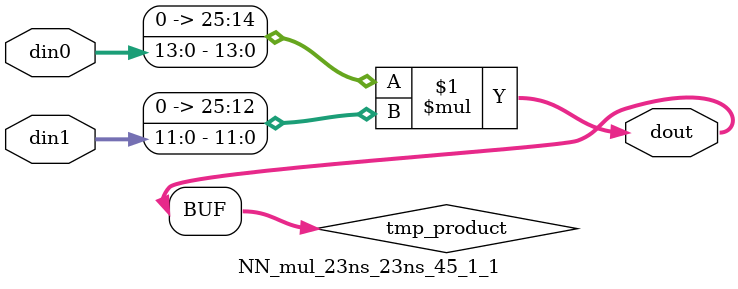
<source format=v>

`timescale 1 ns / 1 ps

 module NN_mul_23ns_23ns_45_1_1(din0, din1, dout);
parameter ID = 1;
parameter NUM_STAGE = 0;
parameter din0_WIDTH = 14;
parameter din1_WIDTH = 12;
parameter dout_WIDTH = 26;

input [din0_WIDTH - 1 : 0] din0; 
input [din1_WIDTH - 1 : 0] din1; 
output [dout_WIDTH - 1 : 0] dout;

wire signed [dout_WIDTH - 1 : 0] tmp_product;
























assign tmp_product = $signed({1'b0, din0}) * $signed({1'b0, din1});











assign dout = tmp_product;





















endmodule

</source>
